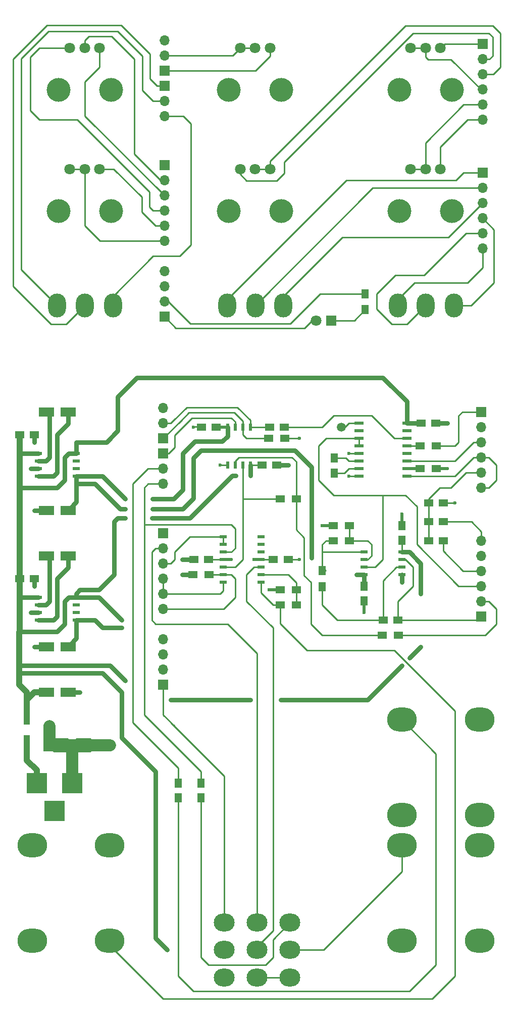
<source format=gbr>
G04 #@! TF.FileFunction,Copper,L1,Top,Signal*
%FSLAX46Y46*%
G04 Gerber Fmt 4.6, Leading zero omitted, Abs format (unit mm)*
G04 Created by KiCad (PCBNEW 4.0.7) date 05/06/18 18:03:06*
%MOMM*%
%LPD*%
G01*
G04 APERTURE LIST*
%ADD10C,0.100000*%
%ADD11C,0.304800*%
%ADD12R,1.700000X1.700000*%
%ADD13O,1.700000X1.700000*%
%ADD14C,1.800000*%
%ADD15C,4.000000*%
%ADD16R,2.600000X1.600000*%
%ADD17R,1.250000X1.500000*%
%ADD18R,1.500000X1.250000*%
%ADD19R,1.100000X1.100000*%
%ADD20R,1.800000X1.800000*%
%ADD21O,5.000000X4.000000*%
%ADD22R,3.500000X3.500000*%
%ADD23R,1.500000X1.300000*%
%ADD24O,3.500000X3.000000*%
%ADD25O,3.000000X4.000000*%
%ADD26R,1.143000X0.508000*%
%ADD27R,1.300000X1.500000*%
%ADD28R,0.508000X1.143000*%
%ADD29R,1.500000X0.508000*%
%ADD30C,1.500000*%
%ADD31R,1.998980X1.998980*%
%ADD32C,0.600000*%
%ADD33C,0.500000*%
%ADD34C,0.750000*%
%ADD35C,2.000000*%
%ADD36C,0.250000*%
%ADD37C,1.000000*%
G04 APERTURE END LIST*
D10*
D11*
X69342000Y-175006000D02*
X71628000Y-175006000D01*
X71628000Y-174752000D02*
X69342000Y-174752000D01*
X69342000Y-174498000D02*
X71628000Y-174498000D01*
X71628000Y-174244000D02*
X69342000Y-174244000D01*
X69342000Y-173990000D02*
X71628000Y-173990000D01*
X71628000Y-173736000D02*
X69342000Y-173736000D01*
X69342000Y-173482000D02*
X71628000Y-173482000D01*
X71628000Y-173228000D02*
X69342000Y-173228000D01*
X69342000Y-172974000D02*
X71628000Y-172974000D01*
X65532000Y-172974000D02*
X67818000Y-172974000D01*
X67818000Y-173228000D02*
X65532000Y-173228000D01*
X65532000Y-173482000D02*
X67818000Y-173482000D01*
X67818000Y-173736000D02*
X65532000Y-173736000D01*
X65532000Y-173990000D02*
X67818000Y-173990000D01*
X67818000Y-174244000D02*
X65532000Y-174244000D01*
X65532000Y-174498000D02*
X67818000Y-174498000D01*
X67818000Y-174752000D02*
X65532000Y-174752000D01*
X65532000Y-175006000D02*
X67818000Y-175006000D01*
D12*
X83820000Y-163830000D03*
D13*
X83820000Y-161290000D03*
X83820000Y-158750000D03*
X83820000Y-156210000D03*
D12*
X137160000Y-152400000D03*
D13*
X137160000Y-149860000D03*
X137160000Y-147320000D03*
X137160000Y-144780000D03*
X137160000Y-142240000D03*
X137160000Y-139700000D03*
D14*
X73135500Y-57086500D03*
X70635500Y-57086500D03*
X68135500Y-57086500D03*
D15*
X75035500Y-64086500D03*
X66235500Y-64086500D03*
D16*
X64240000Y-157480000D03*
X67840000Y-157480000D03*
X64240000Y-134620000D03*
X67840000Y-134620000D03*
X64240000Y-142240000D03*
X67840000Y-142240000D03*
X64240000Y-118110000D03*
X67840000Y-118110000D03*
D17*
X86360000Y-182860000D03*
X86360000Y-180360000D03*
X90170000Y-182860000D03*
X90170000Y-180360000D03*
D18*
X128290000Y-139700000D03*
X130790000Y-139700000D03*
X128290000Y-136525000D03*
X130790000Y-136525000D03*
X128290000Y-133350000D03*
X130790000Y-133350000D03*
D17*
X112522000Y-125877000D03*
X112522000Y-128377000D03*
D14*
X130285500Y-77406500D03*
X127785500Y-77406500D03*
X125285500Y-77406500D03*
D15*
X132185500Y-84406500D03*
X123385500Y-84406500D03*
D19*
X60960000Y-170050000D03*
X60960000Y-172850000D03*
D20*
X111950500Y-102806500D03*
D14*
X109410500Y-102806500D03*
X101710500Y-77406500D03*
X99210500Y-77406500D03*
X96710500Y-77406500D03*
D15*
X103610500Y-84406500D03*
X94810500Y-84406500D03*
D14*
X73135500Y-77406500D03*
X70635500Y-77406500D03*
X68135500Y-77406500D03*
D15*
X75035500Y-84406500D03*
X66235500Y-84406500D03*
D12*
X137350500Y-78041500D03*
D13*
X137350500Y-80581500D03*
X137350500Y-83121500D03*
X137350500Y-85661500D03*
X137350500Y-88201500D03*
X137350500Y-90741500D03*
D12*
X84010500Y-76771500D03*
D13*
X84010500Y-79311500D03*
X84010500Y-81851500D03*
X84010500Y-84391500D03*
X84010500Y-86931500D03*
X84010500Y-89471500D03*
D21*
X123865500Y-185736500D03*
X123865500Y-169736500D03*
X136865500Y-169736500D03*
X136842500Y-185736500D03*
X123865500Y-206755000D03*
X123865500Y-190755000D03*
X136865500Y-190755000D03*
X136842500Y-206755000D03*
D12*
X83820000Y-138430000D03*
D13*
X83820000Y-140970000D03*
X83820000Y-143510000D03*
X83820000Y-146050000D03*
X83820000Y-148590000D03*
X83820000Y-151130000D03*
D21*
X74826000Y-190755000D03*
X74826000Y-206755000D03*
X61826000Y-206755000D03*
X61849000Y-190755000D03*
D22*
X68580000Y-180340000D03*
X62580000Y-180340000D03*
X65580000Y-185040000D03*
D23*
X91520000Y-145415000D03*
X88820000Y-145415000D03*
X103425000Y-150495000D03*
X106125000Y-150495000D03*
X103425000Y-147955000D03*
X106125000Y-147955000D03*
X104220000Y-122555000D03*
X101520000Y-122555000D03*
X120570000Y-155575000D03*
X123270000Y-155575000D03*
X103425000Y-132715000D03*
X106125000Y-132715000D03*
X115015000Y-137160000D03*
X112315000Y-137160000D03*
D14*
X130285500Y-57086500D03*
X127785500Y-57086500D03*
X125285500Y-57086500D03*
D15*
X132185500Y-64086500D03*
X123385500Y-64086500D03*
D24*
X105068000Y-212943500D03*
X99568000Y-212943500D03*
X94068000Y-212943500D03*
X105068000Y-208343500D03*
X99568000Y-208343500D03*
X94068000Y-208343500D03*
X105068000Y-203743500D03*
X99568000Y-203743500D03*
X94068000Y-203743500D03*
D25*
X127825500Y-100266500D03*
X132525500Y-100266500D03*
X123125500Y-100266500D03*
X70675500Y-100266500D03*
X75375500Y-100266500D03*
X65975500Y-100266500D03*
X99250500Y-100266500D03*
X103950500Y-100266500D03*
X94550500Y-100266500D03*
D14*
X101710500Y-57086500D03*
X99210500Y-57086500D03*
X96710500Y-57086500D03*
D15*
X103610500Y-64086500D03*
X94810500Y-64086500D03*
D26*
X69215000Y-149225000D03*
X69215000Y-150495000D03*
X69215000Y-151765000D03*
X69215000Y-153035000D03*
X62865000Y-153035000D03*
X62865000Y-151765000D03*
X62865000Y-150495000D03*
X62865000Y-149225000D03*
X69215000Y-125095000D03*
X69215000Y-126365000D03*
X69215000Y-127635000D03*
X69215000Y-128905000D03*
X62865000Y-128905000D03*
X62865000Y-127635000D03*
X62865000Y-126365000D03*
X62865000Y-125095000D03*
D18*
X91420000Y-142875000D03*
X88920000Y-142875000D03*
X102255000Y-142875000D03*
X104755000Y-142875000D03*
X100350000Y-127000000D03*
X102850000Y-127000000D03*
X92690000Y-120650000D03*
X90190000Y-120650000D03*
X127020000Y-120015000D03*
X129520000Y-120015000D03*
X62210000Y-146050000D03*
X59710000Y-146050000D03*
X62210000Y-121920000D03*
X59710000Y-121920000D03*
D12*
X84010500Y-102171500D03*
D13*
X84010500Y-99631500D03*
X84010500Y-97091500D03*
X84010500Y-94551500D03*
D27*
X117665500Y-100981500D03*
X117665500Y-98281500D03*
D16*
X64240000Y-165100000D03*
X67840000Y-165100000D03*
D18*
X123170000Y-153035000D03*
X120670000Y-153035000D03*
D23*
X112315000Y-139700000D03*
X115015000Y-139700000D03*
D27*
X110490000Y-147400000D03*
X110490000Y-144700000D03*
D23*
X129620000Y-123825000D03*
X126920000Y-123825000D03*
D26*
X93853000Y-139065000D03*
X93853000Y-140335000D03*
X93853000Y-141605000D03*
X93853000Y-142875000D03*
X93853000Y-144145000D03*
X93853000Y-145415000D03*
X93853000Y-146685000D03*
X100203000Y-146685000D03*
X100203000Y-145415000D03*
X100203000Y-142875000D03*
X100203000Y-141605000D03*
X100203000Y-140335000D03*
X100203000Y-139065000D03*
X100203000Y-144145000D03*
D28*
X98425000Y-127000000D03*
X97155000Y-127000000D03*
X95885000Y-127000000D03*
X94615000Y-127000000D03*
X94615000Y-120650000D03*
X95885000Y-120650000D03*
X97155000Y-120650000D03*
X98425000Y-120650000D03*
D26*
X123825000Y-141605000D03*
X123825000Y-142875000D03*
X123825000Y-144145000D03*
X123825000Y-145415000D03*
X117475000Y-145415000D03*
X117475000Y-144145000D03*
X117475000Y-142875000D03*
X117475000Y-141605000D03*
D29*
X124650000Y-120015000D03*
X124650000Y-122555000D03*
X124650000Y-123825000D03*
X124650000Y-125095000D03*
X124650000Y-126365000D03*
X124650000Y-127635000D03*
X124650000Y-128905000D03*
X116650000Y-128905000D03*
X116650000Y-127635000D03*
X116650000Y-126365000D03*
X116650000Y-125095000D03*
X116650000Y-123825000D03*
X116650000Y-122555000D03*
X116650000Y-121285000D03*
X116650000Y-120015000D03*
X124650000Y-121285000D03*
D30*
X113665000Y-120650000D03*
D23*
X126920000Y-127635000D03*
X129620000Y-127635000D03*
D31*
X64770000Y-173990000D03*
X68580000Y-173990000D03*
X72390000Y-173990000D03*
D12*
X137160000Y-118110000D03*
D13*
X137160000Y-120650000D03*
X137160000Y-123190000D03*
X137160000Y-125730000D03*
X137160000Y-128270000D03*
X137160000Y-130810000D03*
D12*
X137350500Y-56451500D03*
D13*
X137350500Y-58991500D03*
X137350500Y-61531500D03*
X137350500Y-64071500D03*
X137350500Y-66611500D03*
X137350500Y-69151500D03*
D18*
X101620000Y-120650000D03*
X104120000Y-120650000D03*
D17*
X117475000Y-147340000D03*
X117475000Y-149840000D03*
X123825000Y-139680000D03*
X123825000Y-137180000D03*
D12*
X84010500Y-60896500D03*
D13*
X84010500Y-58356500D03*
X84010500Y-55816500D03*
D12*
X84010500Y-63436500D03*
D13*
X84010500Y-65976500D03*
X84010500Y-68516500D03*
D12*
X83820000Y-122555000D03*
D13*
X83820000Y-120015000D03*
X83820000Y-117475000D03*
D12*
X83820000Y-125095000D03*
D13*
X83820000Y-127635000D03*
X83820000Y-130175000D03*
D32*
X117475000Y-151765000D03*
X110490000Y-137160000D03*
X101600000Y-147955000D03*
X123825000Y-146685000D03*
X123825000Y-135255000D03*
X131445000Y-127635000D03*
X104775000Y-127000000D03*
X86995000Y-142875000D03*
X86995000Y-145415000D03*
X74930000Y-173990000D03*
X114935000Y-128905000D03*
X114935000Y-125095000D03*
X131445000Y-120015000D03*
X132715000Y-133350000D03*
X106680000Y-142875000D03*
X93345000Y-127000000D03*
X106680000Y-122555000D03*
X88900000Y-120650000D03*
X99060000Y-142875000D03*
X76835000Y-154305000D03*
X77470000Y-132715000D03*
X82042000Y-132715000D03*
X82042000Y-134366000D03*
X116205000Y-145415000D03*
X108712000Y-142621000D03*
X77470000Y-134366000D03*
X81915000Y-135890000D03*
X96012000Y-128778000D03*
X98425000Y-128778000D03*
X127000000Y-148590000D03*
X125095000Y-159385000D03*
X123825000Y-160655000D03*
X85090000Y-166370000D03*
X77470000Y-163195000D03*
X98425000Y-166370000D03*
X103505000Y-166370000D03*
X127000000Y-157480000D03*
X77470000Y-135890000D03*
X84455000Y-208280000D03*
X95250000Y-142875000D03*
X76835000Y-153035000D03*
X64770000Y-170815000D03*
X62230000Y-147320000D03*
X62230000Y-123190000D03*
X61595000Y-127635000D03*
X62230000Y-134620000D03*
X61595000Y-151765000D03*
X69850000Y-165100000D03*
X62230000Y-157480000D03*
D33*
X117475000Y-149840000D02*
X117455000Y-151745000D01*
X117455000Y-151745000D02*
X117475000Y-151765000D01*
X112315000Y-137160000D02*
X110490000Y-137160000D01*
X103425000Y-147955000D02*
X101600000Y-147955000D01*
D34*
X123825000Y-145415000D02*
X123825000Y-146685000D01*
D33*
X123825000Y-137180000D02*
X123825000Y-135255000D01*
X129620000Y-127635000D02*
X131445000Y-127635000D01*
D34*
X102850000Y-127000000D02*
X104775000Y-127000000D01*
X88920000Y-142875000D02*
X86995000Y-142875000D01*
X88820000Y-142975000D02*
X88920000Y-142875000D01*
X88820000Y-145415000D02*
X86995000Y-145415000D01*
D35*
X72390000Y-173990000D02*
X74930000Y-173990000D01*
D36*
X116650000Y-128905000D02*
X114935000Y-128905000D01*
X116650000Y-125095000D02*
X114935000Y-125095000D01*
D34*
X129520000Y-120015000D02*
X131445000Y-120015000D01*
D36*
X130790000Y-133350000D02*
X132715000Y-133350000D01*
X104755000Y-142875000D02*
X106680000Y-142875000D01*
X94615000Y-127000000D02*
X93345000Y-127000000D01*
X104220000Y-122555000D02*
X106680000Y-122555000D01*
X90190000Y-120650000D02*
X88920000Y-120630000D01*
X88920000Y-120630000D02*
X88900000Y-120650000D01*
D34*
X76835000Y-154305000D02*
X73660000Y-154305000D01*
X72390000Y-153035000D02*
X69215000Y-153035000D01*
X73660000Y-154305000D02*
X72390000Y-153035000D01*
D33*
X99060000Y-142875000D02*
X100203000Y-142875000D01*
D34*
X69215000Y-153035000D02*
X69215000Y-156105000D01*
X69215000Y-156105000D02*
X67840000Y-157480000D01*
D36*
X102255000Y-142875000D02*
X100203000Y-142875000D01*
D34*
X117475000Y-147340000D02*
X117475000Y-145415000D01*
X94615000Y-120650000D02*
X94615000Y-122174000D01*
X73660000Y-128905000D02*
X69215000Y-128905000D01*
X77470000Y-132715000D02*
X73660000Y-128905000D01*
X85598000Y-132715000D02*
X82042000Y-132715000D01*
X87122000Y-131191000D02*
X85598000Y-132715000D01*
X87122000Y-125095000D02*
X87122000Y-131191000D01*
X89154000Y-123063000D02*
X87122000Y-125095000D01*
X93726000Y-123063000D02*
X89154000Y-123063000D01*
X94615000Y-122174000D02*
X93726000Y-123063000D01*
X88900000Y-131699000D02*
X88900000Y-125857000D01*
X108712000Y-127381000D02*
X108712000Y-129667000D01*
X105918000Y-124587000D02*
X108712000Y-127381000D01*
X90170000Y-124587000D02*
X105918000Y-124587000D01*
X88900000Y-125857000D02*
X90170000Y-124587000D01*
X88900000Y-132588000D02*
X88900000Y-131699000D01*
X108712000Y-129667000D02*
X108712000Y-142621000D01*
X76581000Y-134366000D02*
X72390000Y-130175000D01*
X69215000Y-130175000D02*
X72390000Y-130175000D01*
X77470000Y-134366000D02*
X76581000Y-134366000D01*
X87122000Y-134366000D02*
X82042000Y-134366000D01*
X87122000Y-134366000D02*
X88900000Y-132588000D01*
D33*
X94615000Y-120650000D02*
X92690000Y-120650000D01*
D34*
X69215000Y-128905000D02*
X69215000Y-130175000D01*
X69215000Y-130175000D02*
X69215000Y-133245000D01*
X69215000Y-133245000D02*
X67840000Y-134620000D01*
X116205000Y-145415000D02*
X117475000Y-145415000D01*
D36*
X117455000Y-145435000D02*
X117475000Y-145415000D01*
D34*
X62865000Y-150495000D02*
X64135000Y-150495000D01*
X64770000Y-149860000D02*
X64770000Y-142770000D01*
X64135000Y-150495000D02*
X64770000Y-149860000D01*
X64770000Y-142770000D02*
X64240000Y-142240000D01*
X62865000Y-153035000D02*
X65405000Y-153035000D01*
X67840000Y-144250000D02*
X67840000Y-142240000D01*
X66040000Y-146050000D02*
X67840000Y-144250000D01*
X66040000Y-152400000D02*
X66040000Y-146050000D01*
X65405000Y-153035000D02*
X66040000Y-152400000D01*
X62865000Y-126365000D02*
X64135000Y-126365000D01*
X64770000Y-125730000D02*
X64770000Y-118110000D01*
X64135000Y-126365000D02*
X64770000Y-125730000D01*
X62865000Y-128905000D02*
X65405000Y-128905000D01*
X67840000Y-120120000D02*
X67840000Y-118110000D01*
X66040000Y-121920000D02*
X67840000Y-120120000D01*
X66040000Y-128270000D02*
X66040000Y-121920000D01*
X65405000Y-128905000D02*
X66040000Y-128270000D01*
D36*
X86360000Y-182860000D02*
X86360000Y-212725000D01*
X129540000Y-175411000D02*
X123865500Y-169736500D01*
X129540000Y-210820000D02*
X129540000Y-175411000D01*
X125095000Y-215265000D02*
X129540000Y-210820000D01*
X88900000Y-215265000D02*
X125095000Y-215265000D01*
X86360000Y-212725000D02*
X88900000Y-215265000D01*
X83820000Y-127635000D02*
X81280000Y-127635000D01*
X78740000Y-130175000D02*
X78740000Y-130810000D01*
X81280000Y-127635000D02*
X78740000Y-130175000D01*
X78740000Y-130810000D02*
X78740000Y-132080000D01*
X78740000Y-156210000D02*
X78740000Y-170180000D01*
X86360000Y-177800000D02*
X86360000Y-180360000D01*
X78740000Y-170180000D02*
X86360000Y-177800000D01*
X78740000Y-156210000D02*
X78740000Y-132080000D01*
X78740000Y-156210000D02*
X78740000Y-156210000D01*
X90170000Y-182860000D02*
X90170000Y-209550000D01*
X90170000Y-209550000D02*
X91440000Y-210820000D01*
X102235000Y-206576500D02*
X105068000Y-203743500D01*
X102235000Y-209550000D02*
X102235000Y-206576500D01*
X100965000Y-210820000D02*
X102235000Y-209550000D01*
X91440000Y-210820000D02*
X100965000Y-210820000D01*
X80645000Y-137033000D02*
X95250000Y-137033000D01*
X95250000Y-137033000D02*
X95377000Y-137160000D01*
X95885000Y-137668000D02*
X95885000Y-138938000D01*
X95885000Y-140970000D02*
X95250000Y-141605000D01*
X95885000Y-138938000D02*
X95885000Y-140970000D01*
X95250000Y-141605000D02*
X93853000Y-141605000D01*
X95377000Y-137160000D02*
X95885000Y-137668000D01*
X90170000Y-180360000D02*
X90170000Y-178435000D01*
X80645000Y-168910000D02*
X88265000Y-176530000D01*
X80645000Y-130810000D02*
X80645000Y-136779000D01*
X80645000Y-136779000D02*
X80645000Y-137033000D01*
X80645000Y-137033000D02*
X80645000Y-168910000D01*
X81280000Y-130175000D02*
X80645000Y-130810000D01*
X83820000Y-130175000D02*
X81280000Y-130175000D01*
X90170000Y-178435000D02*
X88265000Y-176530000D01*
X128290000Y-133350000D02*
X128290000Y-132695000D01*
X128290000Y-132695000D02*
X130155000Y-130830000D01*
X130155000Y-130830000D02*
X132060000Y-130830000D01*
X134620000Y-128270000D02*
X132060000Y-130830000D01*
X134620000Y-128270000D02*
X137160000Y-128270000D01*
X128290000Y-133350000D02*
X128290000Y-136525000D01*
X128290000Y-136525000D02*
X128290000Y-139700000D01*
X130790000Y-139700000D02*
X130790000Y-141458000D01*
X134112000Y-144780000D02*
X137160000Y-144780000D01*
X130790000Y-141458000D02*
X134112000Y-144780000D01*
X130790000Y-136525000D02*
X135509000Y-136525000D01*
X137160000Y-138176000D02*
X137160000Y-139700000D01*
X135509000Y-136525000D02*
X137160000Y-138176000D01*
X123170000Y-153035000D02*
X123170000Y-149880000D01*
X123170000Y-149880000D02*
X125730000Y-147320000D01*
X123170000Y-153035000D02*
X136525000Y-153035000D01*
X136525000Y-153035000D02*
X137160000Y-152400000D01*
X125095000Y-143510000D02*
X125730000Y-144145000D01*
X124460000Y-142875000D02*
X125095000Y-143510000D01*
X123825000Y-142875000D02*
X124460000Y-142875000D01*
X125730000Y-144145000D02*
X125730000Y-147320000D01*
X137140000Y-152380000D02*
X137160000Y-152400000D01*
X137160000Y-130810000D02*
X138430000Y-130810000D01*
X138430000Y-125730000D02*
X137160000Y-125730000D01*
X139700000Y-127000000D02*
X138430000Y-125730000D01*
X139700000Y-129540000D02*
X139700000Y-127000000D01*
X138430000Y-130810000D02*
X139700000Y-129540000D01*
X137160000Y-125730000D02*
X135890000Y-125730000D01*
X132715000Y-128905000D02*
X124650000Y-128905000D01*
X135890000Y-125730000D02*
X132715000Y-128905000D01*
X98425000Y-120650000D02*
X98425000Y-119507000D01*
X85090000Y-120015000D02*
X83820000Y-120015000D01*
X85598000Y-119507000D02*
X85090000Y-120015000D01*
X85598000Y-119507000D02*
X85598000Y-119507000D01*
X87757000Y-117348000D02*
X85598000Y-119507000D01*
X96266000Y-117348000D02*
X87757000Y-117348000D01*
X98425000Y-119507000D02*
X96266000Y-117348000D01*
X101620000Y-120650000D02*
X98425000Y-120650000D01*
X112522000Y-125877000D02*
X114447000Y-125877000D01*
X114935000Y-126365000D02*
X116650000Y-126365000D01*
X114447000Y-125877000D02*
X114935000Y-126365000D01*
X112522000Y-128377000D02*
X114193000Y-128377000D01*
X114935000Y-127635000D02*
X116650000Y-127635000D01*
X114193000Y-128377000D02*
X114935000Y-127635000D01*
X130285500Y-77406500D02*
X130285500Y-73676500D01*
X134810500Y-69151500D02*
X137350500Y-69151500D01*
X130285500Y-73676500D02*
X134810500Y-69151500D01*
X137350500Y-66611500D02*
X134175500Y-66611500D01*
X127785500Y-73001500D02*
X127785500Y-77406500D01*
X134175500Y-66611500D02*
X127785500Y-73001500D01*
X127785500Y-77406500D02*
X125285500Y-77406500D01*
D34*
X87122000Y-135890000D02*
X88265000Y-135890000D01*
X95377000Y-128778000D02*
X96012000Y-128778000D01*
X88265000Y-135890000D02*
X95377000Y-128778000D01*
X98425000Y-127000000D02*
X98425000Y-128778000D01*
X87122000Y-135890000D02*
X81915000Y-135890000D01*
X125095000Y-141605000D02*
X127000000Y-143510000D01*
X127000000Y-143510000D02*
X127000000Y-148590000D01*
X123825000Y-160655000D02*
X118110000Y-166370000D01*
X118110000Y-166370000D02*
X103505000Y-166370000D01*
X74930000Y-160655000D02*
X77470000Y-163195000D01*
X59690000Y-160655000D02*
X74930000Y-160655000D01*
X85090000Y-166370000D02*
X98425000Y-166370000D01*
X127000000Y-157480000D02*
X125095000Y-159385000D01*
X127000000Y-157480000D02*
X127000000Y-157480000D01*
X125095000Y-141605000D02*
X123825000Y-141605000D01*
X59690000Y-161925000D02*
X73660000Y-161925000D01*
X73660000Y-161925000D02*
X74295000Y-162560000D01*
X77470000Y-135890000D02*
X76200000Y-135890000D01*
X75565000Y-137795000D02*
X75565000Y-145415000D01*
X75565000Y-145415000D02*
X73025000Y-147955000D01*
X73025000Y-147955000D02*
X69850000Y-147955000D01*
X69850000Y-147955000D02*
X69215000Y-148590000D01*
X69215000Y-148590000D02*
X69215000Y-149225000D01*
X75565000Y-137795000D02*
X75565000Y-137160000D01*
X76200000Y-135890000D02*
X75565000Y-136525000D01*
X75565000Y-136525000D02*
X75565000Y-137160000D01*
X69215000Y-123190000D02*
X74295000Y-123190000D01*
X76200000Y-121285000D02*
X76200000Y-115570000D01*
X74295000Y-123190000D02*
X76200000Y-121285000D01*
X74295000Y-162560000D02*
X76835000Y-165100000D01*
X76835000Y-165100000D02*
X76835000Y-172720000D01*
X76835000Y-172720000D02*
X82550000Y-178435000D01*
X82550000Y-178435000D02*
X82550000Y-206375000D01*
X82550000Y-206375000D02*
X84455000Y-208280000D01*
X69215000Y-125095000D02*
X69215000Y-123190000D01*
X79375000Y-112395000D02*
X81915000Y-112395000D01*
X76200000Y-115570000D02*
X79375000Y-112395000D01*
X69215000Y-149225000D02*
X73025000Y-149225000D01*
D33*
X95250000Y-142875000D02*
X93853000Y-142875000D01*
D34*
X73025000Y-149225000D02*
X76835000Y-153035000D01*
X124650000Y-116395000D02*
X124650000Y-120015000D01*
X119380000Y-112395000D02*
X120650000Y-112395000D01*
X81915000Y-112395000D02*
X119380000Y-112395000D01*
X120650000Y-112395000D02*
X124650000Y-116395000D01*
X59690000Y-154940000D02*
X66040000Y-154940000D01*
X66040000Y-154940000D02*
X67310000Y-153670000D01*
X67310000Y-153670000D02*
X67310000Y-149860000D01*
X67310000Y-149860000D02*
X67945000Y-149225000D01*
X67945000Y-149225000D02*
X69215000Y-149225000D01*
X62865000Y-125095000D02*
X59710000Y-125095000D01*
X59690000Y-124460000D02*
X59710000Y-124460000D01*
X59690000Y-125075000D02*
X59690000Y-124460000D01*
X59710000Y-125095000D02*
X59690000Y-125075000D01*
X59710000Y-130810000D02*
X66040000Y-130810000D01*
X67945000Y-125095000D02*
X69215000Y-125095000D01*
X67310000Y-125730000D02*
X67945000Y-125095000D01*
X67310000Y-129540000D02*
X67310000Y-125730000D01*
X66040000Y-130810000D02*
X67310000Y-129540000D01*
X62865000Y-149225000D02*
X59706429Y-149225000D01*
X59690000Y-148590000D02*
X59690000Y-154940000D01*
X59690000Y-154940000D02*
X59690000Y-160655000D01*
X59690000Y-160655000D02*
X59690000Y-161290000D01*
X59690000Y-161290000D02*
X59690000Y-161925000D01*
X59690000Y-161925000D02*
X59690000Y-163830000D01*
X59690000Y-149208571D02*
X59690000Y-148590000D01*
X59706429Y-149225000D02*
X59690000Y-149208571D01*
D37*
X59710000Y-146050000D02*
X59710000Y-130810000D01*
X59710000Y-130810000D02*
X59710000Y-125730000D01*
X59710000Y-125730000D02*
X59710000Y-124460000D01*
X59710000Y-124460000D02*
X59710000Y-121920000D01*
X60960000Y-166370000D02*
X60960000Y-165100000D01*
X59690000Y-163830000D02*
X59690000Y-163830000D01*
X59690000Y-163830000D02*
X59710000Y-146050000D01*
X60960000Y-165100000D02*
X59690000Y-163830000D01*
X60960000Y-170050000D02*
X60960000Y-166370000D01*
X62230000Y-165100000D02*
X64240000Y-165100000D01*
X60960000Y-166370000D02*
X62230000Y-165100000D01*
X64135000Y-165205000D02*
X64240000Y-165100000D01*
D34*
X124650000Y-120015000D02*
X127020000Y-120015000D01*
D36*
X91420000Y-142875000D02*
X93853000Y-142875000D01*
X98425000Y-127000000D02*
X100350000Y-127000000D01*
X123825000Y-141605000D02*
X123825000Y-139680000D01*
X109410500Y-102806500D02*
X108775500Y-102806500D01*
X108775500Y-102806500D02*
X107505500Y-104076500D01*
X107505500Y-104076500D02*
X85915500Y-104076500D01*
X85915500Y-104076500D02*
X84010500Y-102171500D01*
X101710500Y-77406500D02*
X101710500Y-76089500D01*
X101710500Y-76089500D02*
X119380000Y-58420000D01*
X139128500Y-61531500D02*
X137350500Y-61531500D01*
X119380000Y-58420000D02*
X124460000Y-53340000D01*
X124460000Y-53340000D02*
X139065000Y-53340000D01*
X139065000Y-53340000D02*
X140335000Y-54610000D01*
X140335000Y-54610000D02*
X140335000Y-60325000D01*
X140335000Y-60325000D02*
X139128500Y-61531500D01*
X99210500Y-77406500D02*
X101710500Y-77406500D01*
X137350500Y-58991500D02*
X138493500Y-58991500D01*
X97790000Y-79375000D02*
X96710500Y-78295500D01*
X102870000Y-79375000D02*
X97790000Y-79375000D01*
X104140000Y-78105000D02*
X102870000Y-79375000D01*
X104140000Y-76200000D02*
X104140000Y-78105000D01*
X125730000Y-54610000D02*
X104140000Y-76200000D01*
X138430000Y-54610000D02*
X125730000Y-54610000D01*
X139065000Y-55245000D02*
X138430000Y-54610000D01*
X139065000Y-58420000D02*
X139065000Y-55245000D01*
X138493500Y-58991500D02*
X139065000Y-58420000D01*
X96710500Y-78295500D02*
X96710500Y-77406500D01*
X73135500Y-77406500D02*
X75501500Y-77406500D01*
X82486500Y-86931500D02*
X84010500Y-86931500D01*
X80200500Y-84645500D02*
X82486500Y-86931500D01*
X80200500Y-82105500D02*
X80200500Y-84645500D01*
X75501500Y-77406500D02*
X80200500Y-82105500D01*
X70635500Y-77406500D02*
X68135500Y-77406500D01*
X84010500Y-89471500D02*
X73215500Y-89471500D01*
X70635500Y-86891500D02*
X70635500Y-77406500D01*
X73215500Y-89471500D02*
X70635500Y-86891500D01*
X83820000Y-122555000D02*
X83820000Y-122555000D01*
X97155000Y-119634000D02*
X97155000Y-120650000D01*
X95758000Y-118237000D02*
X97155000Y-119634000D01*
X88138000Y-118237000D02*
X95758000Y-118237000D01*
X86741000Y-119634000D02*
X88138000Y-118237000D01*
X86741000Y-119634000D02*
X86741000Y-119634000D01*
X83820000Y-122555000D02*
X86741000Y-119634000D01*
X101520000Y-122555000D02*
X97790000Y-122555000D01*
X97790000Y-122555000D02*
X97155000Y-121920000D01*
X97155000Y-121920000D02*
X97155000Y-120650000D01*
X124650000Y-126365000D02*
X132715000Y-126365000D01*
X135890000Y-123190000D02*
X137160000Y-123190000D01*
X132715000Y-126365000D02*
X135890000Y-123190000D01*
X120650000Y-132080000D02*
X120650000Y-142875000D01*
X119380000Y-144145000D02*
X117475000Y-144145000D01*
X120650000Y-142875000D02*
X119380000Y-144145000D01*
X124460000Y-132080000D02*
X120650000Y-132080000D01*
X120650000Y-132080000D02*
X112395000Y-132080000D01*
X111125000Y-122555000D02*
X116650000Y-122555000D01*
X109855000Y-123825000D02*
X111125000Y-122555000D01*
X109855000Y-129540000D02*
X109855000Y-123825000D01*
X112395000Y-132080000D02*
X109855000Y-129540000D01*
X137160000Y-147320000D02*
X133350000Y-147320000D01*
X126365000Y-133985000D02*
X124460000Y-132080000D01*
X126365000Y-140335000D02*
X126365000Y-133985000D01*
X133350000Y-147320000D02*
X126365000Y-140335000D01*
X116650000Y-123825000D02*
X116650000Y-122555000D01*
X123270000Y-155575000D02*
X137795000Y-155575000D01*
X137795000Y-155575000D02*
X139065000Y-154305000D01*
X138430000Y-149860000D02*
X137160000Y-149860000D01*
X139700000Y-151130000D02*
X138430000Y-149860000D01*
X139700000Y-153670000D02*
X139700000Y-151130000D01*
X139065000Y-154305000D02*
X139700000Y-153670000D01*
X70675500Y-100266500D02*
X67500500Y-103441500D01*
X82740500Y-63436500D02*
X84010500Y-63436500D01*
X81597500Y-62293500D02*
X82740500Y-63436500D01*
X81597500Y-58102500D02*
X81597500Y-62293500D01*
X76771500Y-53276500D02*
X81597500Y-58102500D01*
X64325500Y-53276500D02*
X76771500Y-53276500D01*
X58610500Y-58991500D02*
X64325500Y-53276500D01*
X58610500Y-97091500D02*
X58610500Y-58991500D01*
X64960500Y-103441500D02*
X58610500Y-97091500D01*
X67500500Y-103441500D02*
X64960500Y-103441500D01*
X84010500Y-65976500D02*
X82105500Y-65976500D01*
X60007500Y-94298500D02*
X65975500Y-100266500D01*
X60007500Y-58864500D02*
X60007500Y-94298500D01*
X64579500Y-54292500D02*
X60007500Y-58864500D01*
X76136500Y-54292500D02*
X64579500Y-54292500D01*
X80327500Y-58483500D02*
X76136500Y-54292500D01*
X80327500Y-64198500D02*
X80327500Y-58483500D01*
X82105500Y-65976500D02*
X80327500Y-64198500D01*
X75375500Y-100266500D02*
X75375500Y-98741500D01*
X75375500Y-98741500D02*
X82105500Y-92011500D01*
X82105500Y-92011500D02*
X86550500Y-92011500D01*
X86550500Y-92011500D02*
X88455500Y-90106500D01*
X88455500Y-90106500D02*
X88455500Y-69786500D01*
X88455500Y-69786500D02*
X87185500Y-68516500D01*
X87185500Y-68516500D02*
X84010500Y-68516500D01*
X129620000Y-123825000D02*
X132715000Y-123825000D01*
X133985000Y-118110000D02*
X137160000Y-118110000D01*
X133350000Y-118745000D02*
X133985000Y-118110000D01*
X133350000Y-123190000D02*
X133350000Y-118745000D01*
X132715000Y-123825000D02*
X133350000Y-123190000D01*
X70635500Y-57086500D02*
X70635500Y-55856500D01*
X78930500Y-74866500D02*
X83375500Y-79311500D01*
X78930500Y-58991500D02*
X78930500Y-74866500D01*
X75120500Y-55181500D02*
X78930500Y-58991500D01*
X71310500Y-55181500D02*
X75120500Y-55181500D01*
X70635500Y-55856500D02*
X71310500Y-55181500D01*
X83375500Y-79311500D02*
X84010500Y-79311500D01*
X84010500Y-81851500D02*
X70675500Y-68516500D01*
X73135500Y-60341500D02*
X73135500Y-57086500D01*
X70675500Y-62801500D02*
X73135500Y-60341500D01*
X70675500Y-68516500D02*
X70675500Y-62801500D01*
X123865500Y-190755000D02*
X123865500Y-195158500D01*
X110680500Y-208343500D02*
X105068000Y-208343500D01*
X123865500Y-195158500D02*
X110680500Y-208343500D01*
X85725000Y-123952000D02*
X85725000Y-124079000D01*
X84709000Y-125095000D02*
X83820000Y-125095000D01*
X85725000Y-124079000D02*
X84709000Y-125095000D01*
X95885000Y-120650000D02*
X95885000Y-119761000D01*
X85725000Y-122047000D02*
X85725000Y-123952000D01*
X88646000Y-119126000D02*
X85725000Y-122047000D01*
X95250000Y-119126000D02*
X88646000Y-119126000D01*
X95885000Y-119761000D02*
X95250000Y-119126000D01*
X83820000Y-125095000D02*
X84582000Y-125095000D01*
X83820000Y-148590000D02*
X93345000Y-148590000D01*
X93853000Y-148082000D02*
X93853000Y-146685000D01*
X93345000Y-148590000D02*
X93853000Y-148082000D01*
X83820000Y-146050000D02*
X83820000Y-148590000D01*
X93853000Y-146685000D02*
X93853000Y-146812000D01*
X83820000Y-140970000D02*
X82550000Y-140970000D01*
X81915000Y-141605000D02*
X81915000Y-142240000D01*
X82550000Y-140970000D02*
X81915000Y-141605000D01*
X81915000Y-152400000D02*
X81915000Y-153035000D01*
X81915000Y-143510000D02*
X81915000Y-152400000D01*
X81915000Y-142240000D02*
X81915000Y-143510000D01*
X81915000Y-153035000D02*
X82550000Y-153670000D01*
X82550000Y-153670000D02*
X94615000Y-153670000D01*
X94615000Y-153670000D02*
X99568000Y-158623000D01*
X99568000Y-158623000D02*
X99568000Y-203743500D01*
X83820000Y-140970000D02*
X83185000Y-140970000D01*
X99568000Y-172212000D02*
X99568000Y-203743500D01*
X99568000Y-172212000D02*
X99568000Y-172212000D01*
X83820000Y-143510000D02*
X85090000Y-143510000D01*
X85725000Y-142875000D02*
X85725000Y-141605000D01*
X85090000Y-143510000D02*
X85725000Y-142875000D01*
X85725000Y-141605000D02*
X88265000Y-139065000D01*
X88265000Y-139065000D02*
X88900000Y-139065000D01*
X93853000Y-139065000D02*
X88900000Y-139065000D01*
X93853000Y-140335000D02*
X93853000Y-139065000D01*
X83820000Y-151130000D02*
X93980000Y-151130000D01*
X93980000Y-151130000D02*
X94615000Y-150495000D01*
X95885000Y-149225000D02*
X95885000Y-148590000D01*
X94615000Y-150495000D02*
X95885000Y-149225000D01*
X95250000Y-145415000D02*
X93853000Y-145415000D01*
X95885000Y-146050000D02*
X95250000Y-145415000D01*
X95885000Y-148590000D02*
X95885000Y-146050000D01*
X91520000Y-145415000D02*
X93853000Y-145415000D01*
X74826000Y-206755000D02*
X74826000Y-207541000D01*
X74826000Y-207541000D02*
X83820000Y-216535000D01*
X83820000Y-216535000D02*
X128905000Y-216535000D01*
X128905000Y-216535000D02*
X132715000Y-212725000D01*
X132715000Y-212725000D02*
X132715000Y-168275000D01*
X132715000Y-168275000D02*
X122555000Y-158115000D01*
X122555000Y-158115000D02*
X107950000Y-158115000D01*
X107950000Y-158115000D02*
X103425000Y-153590000D01*
X103425000Y-153590000D02*
X103425000Y-150495000D01*
X103425000Y-150495000D02*
X102235000Y-150495000D01*
X100203000Y-148463000D02*
X100203000Y-146685000D01*
X102235000Y-150495000D02*
X100203000Y-148463000D01*
X106125000Y-147955000D02*
X106125000Y-150495000D01*
X100203000Y-145415000D02*
X104775000Y-145415000D01*
X106125000Y-146765000D02*
X106125000Y-147955000D01*
X104775000Y-145415000D02*
X106125000Y-146765000D01*
X107442000Y-144780000D02*
X107442000Y-145542000D01*
X108585000Y-146685000D02*
X108585000Y-153670000D01*
X107442000Y-145542000D02*
X108585000Y-146685000D01*
X110490000Y-155575000D02*
X120570000Y-155575000D01*
X108585000Y-153670000D02*
X110490000Y-155575000D01*
X106125000Y-132715000D02*
X106125000Y-126445000D01*
X95885000Y-126365000D02*
X95885000Y-127000000D01*
X96520000Y-125730000D02*
X95885000Y-126365000D01*
X105410000Y-125730000D02*
X96520000Y-125730000D01*
X106125000Y-126445000D02*
X105410000Y-125730000D01*
X106125000Y-132715000D02*
X106125000Y-137875000D01*
X107442000Y-139192000D02*
X107442000Y-144780000D01*
X106125000Y-137875000D02*
X107442000Y-139192000D01*
X106125000Y-132715000D02*
X106125000Y-133270000D01*
X106045000Y-132795000D02*
X106125000Y-132715000D01*
X103425000Y-132715000D02*
X97155000Y-132715000D01*
X93853000Y-144145000D02*
X95885000Y-144145000D01*
X95885000Y-144145000D02*
X97155000Y-142875000D01*
X97155000Y-137795000D02*
X97155000Y-132715000D01*
X97155000Y-142875000D02*
X97155000Y-137795000D01*
X97155000Y-132080000D02*
X97155000Y-127000000D01*
X97155000Y-132080000D02*
X97155000Y-132080000D01*
X97155000Y-132715000D02*
X97155000Y-132080000D01*
X117475000Y-142875000D02*
X118110000Y-142875000D01*
X118110000Y-139700000D02*
X117475000Y-139700000D01*
X118745000Y-140335000D02*
X118110000Y-139700000D01*
X118745000Y-142240000D02*
X118745000Y-140335000D01*
X118110000Y-142875000D02*
X118745000Y-142240000D01*
X115015000Y-139700000D02*
X117475000Y-139700000D01*
X117475000Y-142875000D02*
X117475000Y-142875000D01*
X115015000Y-139700000D02*
X115015000Y-137160000D01*
X99568000Y-212943500D02*
X105068000Y-212943500D01*
X99568000Y-208343500D02*
X99568000Y-207772000D01*
X99568000Y-207772000D02*
X102235000Y-205105000D01*
X99060000Y-144145000D02*
X100203000Y-144145000D01*
X97790000Y-145415000D02*
X99060000Y-144145000D01*
X97790000Y-149860000D02*
X97790000Y-145415000D01*
X102235000Y-154305000D02*
X97790000Y-149860000D01*
X102235000Y-205105000D02*
X102235000Y-154305000D01*
X101710500Y-57086500D02*
X101710500Y-58436500D01*
X99250500Y-60896500D02*
X84010500Y-60896500D01*
X101710500Y-58436500D02*
X99250500Y-60896500D01*
X84010500Y-58356500D02*
X95440500Y-58356500D01*
X95440500Y-58356500D02*
X96710500Y-57086500D01*
X96710500Y-57086500D02*
X99210500Y-57086500D01*
X94550500Y-100266500D02*
X94550500Y-99251500D01*
X94550500Y-99251500D02*
X114490500Y-79311500D01*
X114490500Y-79311500D02*
X132905500Y-79311500D01*
X132905500Y-79311500D02*
X134175500Y-78041500D01*
X134175500Y-78041500D02*
X137350500Y-78041500D01*
X137350500Y-80581500D02*
X118935500Y-80581500D01*
X118935500Y-80581500D02*
X99250500Y-100266500D01*
X103950500Y-100266500D02*
X103950500Y-98741500D01*
X103950500Y-98741500D02*
X113855500Y-88836500D01*
X113855500Y-88836500D02*
X131635500Y-88836500D01*
X131635500Y-88836500D02*
X137350500Y-83121500D01*
X137350500Y-85661500D02*
X139255500Y-87566500D01*
X135445500Y-100266500D02*
X132525500Y-100266500D01*
X139255500Y-96456500D02*
X135445500Y-100266500D01*
X139255500Y-87566500D02*
X139255500Y-96456500D01*
X137350500Y-88201500D02*
X134556500Y-88201500D01*
X124650500Y-103441500D02*
X127825500Y-100266500D01*
X122110500Y-103441500D02*
X124650500Y-103441500D01*
X119570500Y-100901500D02*
X122110500Y-103441500D01*
X119570500Y-98361500D02*
X119570500Y-100901500D01*
X122745500Y-95186500D02*
X119570500Y-98361500D01*
X127571500Y-95186500D02*
X122745500Y-95186500D01*
X134556500Y-88201500D02*
X127571500Y-95186500D01*
X123125500Y-100266500D02*
X123125500Y-99251500D01*
X123125500Y-99251500D02*
X125920500Y-96456500D01*
X125920500Y-96456500D02*
X134810500Y-96456500D01*
X134810500Y-96456500D02*
X137350500Y-93916500D01*
X137350500Y-93916500D02*
X137350500Y-90741500D01*
X130285500Y-57086500D02*
X130365500Y-57086500D01*
X130365500Y-57086500D02*
X131000500Y-56451500D01*
X131000500Y-56451500D02*
X137350500Y-56451500D01*
X111950500Y-102806500D02*
X115840500Y-102806500D01*
X115840500Y-102806500D02*
X117665500Y-100981500D01*
X84010500Y-99631500D02*
X84645500Y-99631500D01*
X84645500Y-99631500D02*
X88328500Y-103314500D01*
X88328500Y-103314500D02*
X105092500Y-103314500D01*
X105092500Y-103314500D02*
X110125500Y-98281500D01*
X110125500Y-98281500D02*
X117665500Y-98281500D01*
X83820000Y-164465000D02*
X83820000Y-168910000D01*
X83820000Y-165100000D02*
X83820000Y-168910000D01*
X85725000Y-170815000D02*
X85090000Y-170180000D01*
X83820000Y-168910000D02*
X85725000Y-170815000D01*
X94068000Y-203743500D02*
X94068000Y-179158000D01*
X94068000Y-179158000D02*
X85090000Y-170180000D01*
X123825000Y-144145000D02*
X122936000Y-144145000D01*
X120670000Y-146411000D02*
X120670000Y-153035000D01*
X122936000Y-144145000D02*
X120670000Y-146411000D01*
X110490000Y-148971000D02*
X110490000Y-150495000D01*
X110490000Y-147400000D02*
X110490000Y-148971000D01*
X110490000Y-150495000D02*
X113030000Y-153035000D01*
X113030000Y-153035000D02*
X120670000Y-153035000D01*
X120570000Y-153135000D02*
X120670000Y-153035000D01*
X114300000Y-141605000D02*
X110490000Y-141605000D01*
X110490000Y-143510000D02*
X110490000Y-144145000D01*
X110490000Y-143510000D02*
X110490000Y-141605000D01*
X111045000Y-144700000D02*
X110490000Y-144700000D01*
X110490000Y-144145000D02*
X111045000Y-144700000D01*
X111125000Y-139700000D02*
X112315000Y-139700000D01*
X110490000Y-141605000D02*
X110490000Y-140335000D01*
X110490000Y-140335000D02*
X111125000Y-139700000D01*
X114300000Y-141605000D02*
X117475000Y-141605000D01*
X126920000Y-123825000D02*
X124650000Y-123825000D01*
D37*
X60960000Y-172850000D02*
X60960000Y-176530000D01*
X62580000Y-178150000D02*
X62580000Y-180340000D01*
X60960000Y-176530000D02*
X62580000Y-178150000D01*
D36*
X113665000Y-120650000D02*
X114300000Y-120650000D01*
X114300000Y-120650000D02*
X114935000Y-120015000D01*
X114935000Y-120015000D02*
X116650000Y-120015000D01*
D33*
X124650000Y-127635000D02*
X126920000Y-127635000D01*
D35*
X64770000Y-173990000D02*
X64770000Y-170815000D01*
D34*
X62210000Y-146050000D02*
X62210000Y-147300000D01*
X62210000Y-147300000D02*
X62230000Y-147320000D01*
X62210000Y-121920000D02*
X62210000Y-123170000D01*
X62210000Y-123170000D02*
X62230000Y-123190000D01*
X62865000Y-127635000D02*
X61595000Y-127635000D01*
X64240000Y-134620000D02*
X62230000Y-134620000D01*
X62865000Y-151765000D02*
X61595000Y-151765000D01*
X67840000Y-165100000D02*
X69850000Y-165100000D01*
X64240000Y-157480000D02*
X62230000Y-157480000D01*
D36*
X84010500Y-84391500D02*
X82105500Y-84391500D01*
X63055500Y-57086500D02*
X68135500Y-57086500D01*
X61531500Y-58610500D02*
X63055500Y-57086500D01*
X61531500Y-67627500D02*
X61531500Y-58610500D01*
X63055500Y-69151500D02*
X61531500Y-67627500D01*
X69405500Y-69151500D02*
X63055500Y-69151500D01*
X81470500Y-81216500D02*
X69405500Y-69151500D01*
X81470500Y-83756500D02*
X81470500Y-81216500D01*
X82105500Y-84391500D02*
X81470500Y-83756500D01*
D35*
X68580000Y-173990000D02*
X68580000Y-180340000D01*
D36*
X137350500Y-64071500D02*
X137096500Y-64071500D01*
X137096500Y-64071500D02*
X132080000Y-59055000D01*
X132080000Y-59055000D02*
X128270000Y-59055000D01*
X128270000Y-59055000D02*
X127785500Y-58570500D01*
X127785500Y-58570500D02*
X127785500Y-57086500D01*
X125285500Y-57086500D02*
X127785500Y-57086500D01*
X104120000Y-120650000D02*
X110490000Y-120650000D01*
X122555000Y-122555000D02*
X124650000Y-122555000D01*
X118745000Y-118745000D02*
X122555000Y-122555000D01*
X112395000Y-118745000D02*
X118745000Y-118745000D01*
X110490000Y-120650000D02*
X112395000Y-118745000D01*
M02*

</source>
